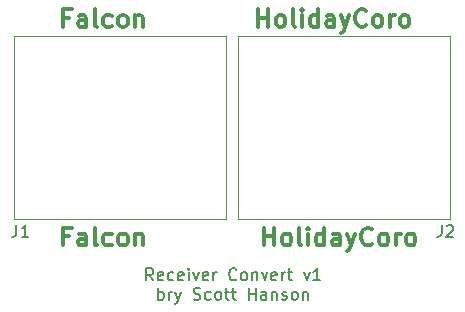
<source format=gbr>
%TF.GenerationSoftware,KiCad,Pcbnew,(5.1.7)-1*%
%TF.CreationDate,2020-11-07T09:06:04-05:00*%
%TF.ProjectId,Rec_Converter,5265635f-436f-46e7-9665-727465722e6b,v1*%
%TF.SameCoordinates,Original*%
%TF.FileFunction,Legend,Top*%
%TF.FilePolarity,Positive*%
%FSLAX46Y46*%
G04 Gerber Fmt 4.6, Leading zero omitted, Abs format (unit mm)*
G04 Created by KiCad (PCBNEW (5.1.7)-1) date 2020-11-07 09:06:04*
%MOMM*%
%LPD*%
G01*
G04 APERTURE LIST*
%ADD10C,0.150000*%
%ADD11C,0.300000*%
%ADD12C,0.120000*%
G04 APERTURE END LIST*
D10*
X145238095Y-123127380D02*
X144904761Y-122651190D01*
X144666666Y-123127380D02*
X144666666Y-122127380D01*
X145047619Y-122127380D01*
X145142857Y-122175000D01*
X145190476Y-122222619D01*
X145238095Y-122317857D01*
X145238095Y-122460714D01*
X145190476Y-122555952D01*
X145142857Y-122603571D01*
X145047619Y-122651190D01*
X144666666Y-122651190D01*
X146047619Y-123079761D02*
X145952380Y-123127380D01*
X145761904Y-123127380D01*
X145666666Y-123079761D01*
X145619047Y-122984523D01*
X145619047Y-122603571D01*
X145666666Y-122508333D01*
X145761904Y-122460714D01*
X145952380Y-122460714D01*
X146047619Y-122508333D01*
X146095238Y-122603571D01*
X146095238Y-122698809D01*
X145619047Y-122794047D01*
X146952380Y-123079761D02*
X146857142Y-123127380D01*
X146666666Y-123127380D01*
X146571428Y-123079761D01*
X146523809Y-123032142D01*
X146476190Y-122936904D01*
X146476190Y-122651190D01*
X146523809Y-122555952D01*
X146571428Y-122508333D01*
X146666666Y-122460714D01*
X146857142Y-122460714D01*
X146952380Y-122508333D01*
X147761904Y-123079761D02*
X147666666Y-123127380D01*
X147476190Y-123127380D01*
X147380952Y-123079761D01*
X147333333Y-122984523D01*
X147333333Y-122603571D01*
X147380952Y-122508333D01*
X147476190Y-122460714D01*
X147666666Y-122460714D01*
X147761904Y-122508333D01*
X147809523Y-122603571D01*
X147809523Y-122698809D01*
X147333333Y-122794047D01*
X148238095Y-123127380D02*
X148238095Y-122460714D01*
X148238095Y-122127380D02*
X148190476Y-122175000D01*
X148238095Y-122222619D01*
X148285714Y-122175000D01*
X148238095Y-122127380D01*
X148238095Y-122222619D01*
X148619047Y-122460714D02*
X148857142Y-123127380D01*
X149095238Y-122460714D01*
X149857142Y-123079761D02*
X149761904Y-123127380D01*
X149571428Y-123127380D01*
X149476190Y-123079761D01*
X149428571Y-122984523D01*
X149428571Y-122603571D01*
X149476190Y-122508333D01*
X149571428Y-122460714D01*
X149761904Y-122460714D01*
X149857142Y-122508333D01*
X149904761Y-122603571D01*
X149904761Y-122698809D01*
X149428571Y-122794047D01*
X150333333Y-123127380D02*
X150333333Y-122460714D01*
X150333333Y-122651190D02*
X150380952Y-122555952D01*
X150428571Y-122508333D01*
X150523809Y-122460714D01*
X150619047Y-122460714D01*
X152285714Y-123032142D02*
X152238095Y-123079761D01*
X152095238Y-123127380D01*
X152000000Y-123127380D01*
X151857142Y-123079761D01*
X151761904Y-122984523D01*
X151714285Y-122889285D01*
X151666666Y-122698809D01*
X151666666Y-122555952D01*
X151714285Y-122365476D01*
X151761904Y-122270238D01*
X151857142Y-122175000D01*
X152000000Y-122127380D01*
X152095238Y-122127380D01*
X152238095Y-122175000D01*
X152285714Y-122222619D01*
X152857142Y-123127380D02*
X152761904Y-123079761D01*
X152714285Y-123032142D01*
X152666666Y-122936904D01*
X152666666Y-122651190D01*
X152714285Y-122555952D01*
X152761904Y-122508333D01*
X152857142Y-122460714D01*
X153000000Y-122460714D01*
X153095238Y-122508333D01*
X153142857Y-122555952D01*
X153190476Y-122651190D01*
X153190476Y-122936904D01*
X153142857Y-123032142D01*
X153095238Y-123079761D01*
X153000000Y-123127380D01*
X152857142Y-123127380D01*
X153619047Y-122460714D02*
X153619047Y-123127380D01*
X153619047Y-122555952D02*
X153666666Y-122508333D01*
X153761904Y-122460714D01*
X153904761Y-122460714D01*
X154000000Y-122508333D01*
X154047619Y-122603571D01*
X154047619Y-123127380D01*
X154428571Y-122460714D02*
X154666666Y-123127380D01*
X154904761Y-122460714D01*
X155666666Y-123079761D02*
X155571428Y-123127380D01*
X155380952Y-123127380D01*
X155285714Y-123079761D01*
X155238095Y-122984523D01*
X155238095Y-122603571D01*
X155285714Y-122508333D01*
X155380952Y-122460714D01*
X155571428Y-122460714D01*
X155666666Y-122508333D01*
X155714285Y-122603571D01*
X155714285Y-122698809D01*
X155238095Y-122794047D01*
X156142857Y-123127380D02*
X156142857Y-122460714D01*
X156142857Y-122651190D02*
X156190476Y-122555952D01*
X156238095Y-122508333D01*
X156333333Y-122460714D01*
X156428571Y-122460714D01*
X156619047Y-122460714D02*
X157000000Y-122460714D01*
X156761904Y-122127380D02*
X156761904Y-122984523D01*
X156809523Y-123079761D01*
X156904761Y-123127380D01*
X157000000Y-123127380D01*
X158000000Y-122460714D02*
X158238095Y-123127380D01*
X158476190Y-122460714D01*
X159380952Y-123127380D02*
X158809523Y-123127380D01*
X159095238Y-123127380D02*
X159095238Y-122127380D01*
X159000000Y-122270238D01*
X158904761Y-122365476D01*
X158809523Y-122413095D01*
X145666666Y-124777380D02*
X145666666Y-123777380D01*
X145666666Y-124158333D02*
X145761904Y-124110714D01*
X145952380Y-124110714D01*
X146047619Y-124158333D01*
X146095238Y-124205952D01*
X146142857Y-124301190D01*
X146142857Y-124586904D01*
X146095238Y-124682142D01*
X146047619Y-124729761D01*
X145952380Y-124777380D01*
X145761904Y-124777380D01*
X145666666Y-124729761D01*
X146571428Y-124777380D02*
X146571428Y-124110714D01*
X146571428Y-124301190D02*
X146619047Y-124205952D01*
X146666666Y-124158333D01*
X146761904Y-124110714D01*
X146857142Y-124110714D01*
X147095238Y-124110714D02*
X147333333Y-124777380D01*
X147571428Y-124110714D02*
X147333333Y-124777380D01*
X147238095Y-125015476D01*
X147190476Y-125063095D01*
X147095238Y-125110714D01*
X148666666Y-124729761D02*
X148809523Y-124777380D01*
X149047619Y-124777380D01*
X149142857Y-124729761D01*
X149190476Y-124682142D01*
X149238095Y-124586904D01*
X149238095Y-124491666D01*
X149190476Y-124396428D01*
X149142857Y-124348809D01*
X149047619Y-124301190D01*
X148857142Y-124253571D01*
X148761904Y-124205952D01*
X148714285Y-124158333D01*
X148666666Y-124063095D01*
X148666666Y-123967857D01*
X148714285Y-123872619D01*
X148761904Y-123825000D01*
X148857142Y-123777380D01*
X149095238Y-123777380D01*
X149238095Y-123825000D01*
X150095238Y-124729761D02*
X150000000Y-124777380D01*
X149809523Y-124777380D01*
X149714285Y-124729761D01*
X149666666Y-124682142D01*
X149619047Y-124586904D01*
X149619047Y-124301190D01*
X149666666Y-124205952D01*
X149714285Y-124158333D01*
X149809523Y-124110714D01*
X150000000Y-124110714D01*
X150095238Y-124158333D01*
X150666666Y-124777380D02*
X150571428Y-124729761D01*
X150523809Y-124682142D01*
X150476190Y-124586904D01*
X150476190Y-124301190D01*
X150523809Y-124205952D01*
X150571428Y-124158333D01*
X150666666Y-124110714D01*
X150809523Y-124110714D01*
X150904761Y-124158333D01*
X150952380Y-124205952D01*
X151000000Y-124301190D01*
X151000000Y-124586904D01*
X150952380Y-124682142D01*
X150904761Y-124729761D01*
X150809523Y-124777380D01*
X150666666Y-124777380D01*
X151285714Y-124110714D02*
X151666666Y-124110714D01*
X151428571Y-123777380D02*
X151428571Y-124634523D01*
X151476190Y-124729761D01*
X151571428Y-124777380D01*
X151666666Y-124777380D01*
X151857142Y-124110714D02*
X152238095Y-124110714D01*
X152000000Y-123777380D02*
X152000000Y-124634523D01*
X152047619Y-124729761D01*
X152142857Y-124777380D01*
X152238095Y-124777380D01*
X153333333Y-124777380D02*
X153333333Y-123777380D01*
X153333333Y-124253571D02*
X153904761Y-124253571D01*
X153904761Y-124777380D02*
X153904761Y-123777380D01*
X154809523Y-124777380D02*
X154809523Y-124253571D01*
X154761904Y-124158333D01*
X154666666Y-124110714D01*
X154476190Y-124110714D01*
X154380952Y-124158333D01*
X154809523Y-124729761D02*
X154714285Y-124777380D01*
X154476190Y-124777380D01*
X154380952Y-124729761D01*
X154333333Y-124634523D01*
X154333333Y-124539285D01*
X154380952Y-124444047D01*
X154476190Y-124396428D01*
X154714285Y-124396428D01*
X154809523Y-124348809D01*
X155285714Y-124110714D02*
X155285714Y-124777380D01*
X155285714Y-124205952D02*
X155333333Y-124158333D01*
X155428571Y-124110714D01*
X155571428Y-124110714D01*
X155666666Y-124158333D01*
X155714285Y-124253571D01*
X155714285Y-124777380D01*
X156142857Y-124729761D02*
X156238095Y-124777380D01*
X156428571Y-124777380D01*
X156523809Y-124729761D01*
X156571428Y-124634523D01*
X156571428Y-124586904D01*
X156523809Y-124491666D01*
X156428571Y-124444047D01*
X156285714Y-124444047D01*
X156190476Y-124396428D01*
X156142857Y-124301190D01*
X156142857Y-124253571D01*
X156190476Y-124158333D01*
X156285714Y-124110714D01*
X156428571Y-124110714D01*
X156523809Y-124158333D01*
X157142857Y-124777380D02*
X157047619Y-124729761D01*
X157000000Y-124682142D01*
X156952380Y-124586904D01*
X156952380Y-124301190D01*
X157000000Y-124205952D01*
X157047619Y-124158333D01*
X157142857Y-124110714D01*
X157285714Y-124110714D01*
X157380952Y-124158333D01*
X157428571Y-124205952D01*
X157476190Y-124301190D01*
X157476190Y-124586904D01*
X157428571Y-124682142D01*
X157380952Y-124729761D01*
X157285714Y-124777380D01*
X157142857Y-124777380D01*
X157904761Y-124110714D02*
X157904761Y-124777380D01*
X157904761Y-124205952D02*
X157952380Y-124158333D01*
X158047619Y-124110714D01*
X158190476Y-124110714D01*
X158285714Y-124158333D01*
X158333333Y-124253571D01*
X158333333Y-124777380D01*
D11*
X138142857Y-119392857D02*
X137642857Y-119392857D01*
X137642857Y-120178571D02*
X137642857Y-118678571D01*
X138357142Y-118678571D01*
X139571428Y-120178571D02*
X139571428Y-119392857D01*
X139500000Y-119250000D01*
X139357142Y-119178571D01*
X139071428Y-119178571D01*
X138928571Y-119250000D01*
X139571428Y-120107142D02*
X139428571Y-120178571D01*
X139071428Y-120178571D01*
X138928571Y-120107142D01*
X138857142Y-119964285D01*
X138857142Y-119821428D01*
X138928571Y-119678571D01*
X139071428Y-119607142D01*
X139428571Y-119607142D01*
X139571428Y-119535714D01*
X140500000Y-120178571D02*
X140357142Y-120107142D01*
X140285714Y-119964285D01*
X140285714Y-118678571D01*
X141714285Y-120107142D02*
X141571428Y-120178571D01*
X141285714Y-120178571D01*
X141142857Y-120107142D01*
X141071428Y-120035714D01*
X141000000Y-119892857D01*
X141000000Y-119464285D01*
X141071428Y-119321428D01*
X141142857Y-119250000D01*
X141285714Y-119178571D01*
X141571428Y-119178571D01*
X141714285Y-119250000D01*
X142571428Y-120178571D02*
X142428571Y-120107142D01*
X142357142Y-120035714D01*
X142285714Y-119892857D01*
X142285714Y-119464285D01*
X142357142Y-119321428D01*
X142428571Y-119250000D01*
X142571428Y-119178571D01*
X142785714Y-119178571D01*
X142928571Y-119250000D01*
X143000000Y-119321428D01*
X143071428Y-119464285D01*
X143071428Y-119892857D01*
X143000000Y-120035714D01*
X142928571Y-120107142D01*
X142785714Y-120178571D01*
X142571428Y-120178571D01*
X143714285Y-119178571D02*
X143714285Y-120178571D01*
X143714285Y-119321428D02*
X143785714Y-119250000D01*
X143928571Y-119178571D01*
X144142857Y-119178571D01*
X144285714Y-119250000D01*
X144357142Y-119392857D01*
X144357142Y-120178571D01*
X138142857Y-100892857D02*
X137642857Y-100892857D01*
X137642857Y-101678571D02*
X137642857Y-100178571D01*
X138357142Y-100178571D01*
X139571428Y-101678571D02*
X139571428Y-100892857D01*
X139500000Y-100750000D01*
X139357142Y-100678571D01*
X139071428Y-100678571D01*
X138928571Y-100750000D01*
X139571428Y-101607142D02*
X139428571Y-101678571D01*
X139071428Y-101678571D01*
X138928571Y-101607142D01*
X138857142Y-101464285D01*
X138857142Y-101321428D01*
X138928571Y-101178571D01*
X139071428Y-101107142D01*
X139428571Y-101107142D01*
X139571428Y-101035714D01*
X140500000Y-101678571D02*
X140357142Y-101607142D01*
X140285714Y-101464285D01*
X140285714Y-100178571D01*
X141714285Y-101607142D02*
X141571428Y-101678571D01*
X141285714Y-101678571D01*
X141142857Y-101607142D01*
X141071428Y-101535714D01*
X141000000Y-101392857D01*
X141000000Y-100964285D01*
X141071428Y-100821428D01*
X141142857Y-100750000D01*
X141285714Y-100678571D01*
X141571428Y-100678571D01*
X141714285Y-100750000D01*
X142571428Y-101678571D02*
X142428571Y-101607142D01*
X142357142Y-101535714D01*
X142285714Y-101392857D01*
X142285714Y-100964285D01*
X142357142Y-100821428D01*
X142428571Y-100750000D01*
X142571428Y-100678571D01*
X142785714Y-100678571D01*
X142928571Y-100750000D01*
X143000000Y-100821428D01*
X143071428Y-100964285D01*
X143071428Y-101392857D01*
X143000000Y-101535714D01*
X142928571Y-101607142D01*
X142785714Y-101678571D01*
X142571428Y-101678571D01*
X143714285Y-100678571D02*
X143714285Y-101678571D01*
X143714285Y-100821428D02*
X143785714Y-100750000D01*
X143928571Y-100678571D01*
X144142857Y-100678571D01*
X144285714Y-100750000D01*
X144357142Y-100892857D01*
X144357142Y-101678571D01*
X154142857Y-101678571D02*
X154142857Y-100178571D01*
X154142857Y-100892857D02*
X155000000Y-100892857D01*
X155000000Y-101678571D02*
X155000000Y-100178571D01*
X155928571Y-101678571D02*
X155785714Y-101607142D01*
X155714285Y-101535714D01*
X155642857Y-101392857D01*
X155642857Y-100964285D01*
X155714285Y-100821428D01*
X155785714Y-100750000D01*
X155928571Y-100678571D01*
X156142857Y-100678571D01*
X156285714Y-100750000D01*
X156357142Y-100821428D01*
X156428571Y-100964285D01*
X156428571Y-101392857D01*
X156357142Y-101535714D01*
X156285714Y-101607142D01*
X156142857Y-101678571D01*
X155928571Y-101678571D01*
X157285714Y-101678571D02*
X157142857Y-101607142D01*
X157071428Y-101464285D01*
X157071428Y-100178571D01*
X157857142Y-101678571D02*
X157857142Y-100678571D01*
X157857142Y-100178571D02*
X157785714Y-100250000D01*
X157857142Y-100321428D01*
X157928571Y-100250000D01*
X157857142Y-100178571D01*
X157857142Y-100321428D01*
X159214285Y-101678571D02*
X159214285Y-100178571D01*
X159214285Y-101607142D02*
X159071428Y-101678571D01*
X158785714Y-101678571D01*
X158642857Y-101607142D01*
X158571428Y-101535714D01*
X158500000Y-101392857D01*
X158500000Y-100964285D01*
X158571428Y-100821428D01*
X158642857Y-100750000D01*
X158785714Y-100678571D01*
X159071428Y-100678571D01*
X159214285Y-100750000D01*
X160571428Y-101678571D02*
X160571428Y-100892857D01*
X160500000Y-100750000D01*
X160357142Y-100678571D01*
X160071428Y-100678571D01*
X159928571Y-100750000D01*
X160571428Y-101607142D02*
X160428571Y-101678571D01*
X160071428Y-101678571D01*
X159928571Y-101607142D01*
X159857142Y-101464285D01*
X159857142Y-101321428D01*
X159928571Y-101178571D01*
X160071428Y-101107142D01*
X160428571Y-101107142D01*
X160571428Y-101035714D01*
X161142857Y-100678571D02*
X161500000Y-101678571D01*
X161857142Y-100678571D02*
X161500000Y-101678571D01*
X161357142Y-102035714D01*
X161285714Y-102107142D01*
X161142857Y-102178571D01*
X163285714Y-101535714D02*
X163214285Y-101607142D01*
X163000000Y-101678571D01*
X162857142Y-101678571D01*
X162642857Y-101607142D01*
X162500000Y-101464285D01*
X162428571Y-101321428D01*
X162357142Y-101035714D01*
X162357142Y-100821428D01*
X162428571Y-100535714D01*
X162500000Y-100392857D01*
X162642857Y-100250000D01*
X162857142Y-100178571D01*
X163000000Y-100178571D01*
X163214285Y-100250000D01*
X163285714Y-100321428D01*
X164142857Y-101678571D02*
X164000000Y-101607142D01*
X163928571Y-101535714D01*
X163857142Y-101392857D01*
X163857142Y-100964285D01*
X163928571Y-100821428D01*
X164000000Y-100750000D01*
X164142857Y-100678571D01*
X164357142Y-100678571D01*
X164500000Y-100750000D01*
X164571428Y-100821428D01*
X164642857Y-100964285D01*
X164642857Y-101392857D01*
X164571428Y-101535714D01*
X164500000Y-101607142D01*
X164357142Y-101678571D01*
X164142857Y-101678571D01*
X165285714Y-101678571D02*
X165285714Y-100678571D01*
X165285714Y-100964285D02*
X165357142Y-100821428D01*
X165428571Y-100750000D01*
X165571428Y-100678571D01*
X165714285Y-100678571D01*
X166428571Y-101678571D02*
X166285714Y-101607142D01*
X166214285Y-101535714D01*
X166142857Y-101392857D01*
X166142857Y-100964285D01*
X166214285Y-100821428D01*
X166285714Y-100750000D01*
X166428571Y-100678571D01*
X166642857Y-100678571D01*
X166785714Y-100750000D01*
X166857142Y-100821428D01*
X166928571Y-100964285D01*
X166928571Y-101392857D01*
X166857142Y-101535714D01*
X166785714Y-101607142D01*
X166642857Y-101678571D01*
X166428571Y-101678571D01*
X154642857Y-120178571D02*
X154642857Y-118678571D01*
X154642857Y-119392857D02*
X155500000Y-119392857D01*
X155500000Y-120178571D02*
X155500000Y-118678571D01*
X156428571Y-120178571D02*
X156285714Y-120107142D01*
X156214285Y-120035714D01*
X156142857Y-119892857D01*
X156142857Y-119464285D01*
X156214285Y-119321428D01*
X156285714Y-119250000D01*
X156428571Y-119178571D01*
X156642857Y-119178571D01*
X156785714Y-119250000D01*
X156857142Y-119321428D01*
X156928571Y-119464285D01*
X156928571Y-119892857D01*
X156857142Y-120035714D01*
X156785714Y-120107142D01*
X156642857Y-120178571D01*
X156428571Y-120178571D01*
X157785714Y-120178571D02*
X157642857Y-120107142D01*
X157571428Y-119964285D01*
X157571428Y-118678571D01*
X158357142Y-120178571D02*
X158357142Y-119178571D01*
X158357142Y-118678571D02*
X158285714Y-118750000D01*
X158357142Y-118821428D01*
X158428571Y-118750000D01*
X158357142Y-118678571D01*
X158357142Y-118821428D01*
X159714285Y-120178571D02*
X159714285Y-118678571D01*
X159714285Y-120107142D02*
X159571428Y-120178571D01*
X159285714Y-120178571D01*
X159142857Y-120107142D01*
X159071428Y-120035714D01*
X159000000Y-119892857D01*
X159000000Y-119464285D01*
X159071428Y-119321428D01*
X159142857Y-119250000D01*
X159285714Y-119178571D01*
X159571428Y-119178571D01*
X159714285Y-119250000D01*
X161071428Y-120178571D02*
X161071428Y-119392857D01*
X161000000Y-119250000D01*
X160857142Y-119178571D01*
X160571428Y-119178571D01*
X160428571Y-119250000D01*
X161071428Y-120107142D02*
X160928571Y-120178571D01*
X160571428Y-120178571D01*
X160428571Y-120107142D01*
X160357142Y-119964285D01*
X160357142Y-119821428D01*
X160428571Y-119678571D01*
X160571428Y-119607142D01*
X160928571Y-119607142D01*
X161071428Y-119535714D01*
X161642857Y-119178571D02*
X162000000Y-120178571D01*
X162357142Y-119178571D02*
X162000000Y-120178571D01*
X161857142Y-120535714D01*
X161785714Y-120607142D01*
X161642857Y-120678571D01*
X163785714Y-120035714D02*
X163714285Y-120107142D01*
X163500000Y-120178571D01*
X163357142Y-120178571D01*
X163142857Y-120107142D01*
X163000000Y-119964285D01*
X162928571Y-119821428D01*
X162857142Y-119535714D01*
X162857142Y-119321428D01*
X162928571Y-119035714D01*
X163000000Y-118892857D01*
X163142857Y-118750000D01*
X163357142Y-118678571D01*
X163500000Y-118678571D01*
X163714285Y-118750000D01*
X163785714Y-118821428D01*
X164642857Y-120178571D02*
X164500000Y-120107142D01*
X164428571Y-120035714D01*
X164357142Y-119892857D01*
X164357142Y-119464285D01*
X164428571Y-119321428D01*
X164500000Y-119250000D01*
X164642857Y-119178571D01*
X164857142Y-119178571D01*
X165000000Y-119250000D01*
X165071428Y-119321428D01*
X165142857Y-119464285D01*
X165142857Y-119892857D01*
X165071428Y-120035714D01*
X165000000Y-120107142D01*
X164857142Y-120178571D01*
X164642857Y-120178571D01*
X165785714Y-120178571D02*
X165785714Y-119178571D01*
X165785714Y-119464285D02*
X165857142Y-119321428D01*
X165928571Y-119250000D01*
X166071428Y-119178571D01*
X166214285Y-119178571D01*
X166928571Y-120178571D02*
X166785714Y-120107142D01*
X166714285Y-120035714D01*
X166642857Y-119892857D01*
X166642857Y-119464285D01*
X166714285Y-119321428D01*
X166785714Y-119250000D01*
X166928571Y-119178571D01*
X167142857Y-119178571D01*
X167285714Y-119250000D01*
X167357142Y-119321428D01*
X167428571Y-119464285D01*
X167428571Y-119892857D01*
X167357142Y-120035714D01*
X167285714Y-120107142D01*
X167142857Y-120178571D01*
X166928571Y-120178571D01*
D12*
%TO.C,J1*%
X133420000Y-102435000D02*
X133420000Y-117955000D01*
X151380000Y-117955000D02*
X133420000Y-117955000D01*
X151380000Y-117955000D02*
X151380000Y-102435000D01*
X151380000Y-102435000D02*
X133420000Y-102435000D01*
%TO.C,J2*%
X152420000Y-102435000D02*
X152420000Y-117955000D01*
X170380000Y-117955000D02*
X152420000Y-117955000D01*
X170380000Y-117955000D02*
X170380000Y-102435000D01*
X170380000Y-102435000D02*
X152420000Y-102435000D01*
%TO.C,J1*%
D10*
X133666666Y-118452380D02*
X133666666Y-119166666D01*
X133619047Y-119309523D01*
X133523809Y-119404761D01*
X133380952Y-119452380D01*
X133285714Y-119452380D01*
X134666666Y-119452380D02*
X134095238Y-119452380D01*
X134380952Y-119452380D02*
X134380952Y-118452380D01*
X134285714Y-118595238D01*
X134190476Y-118690476D01*
X134095238Y-118738095D01*
%TO.C,J2*%
X169666666Y-118452380D02*
X169666666Y-119166666D01*
X169619047Y-119309523D01*
X169523809Y-119404761D01*
X169380952Y-119452380D01*
X169285714Y-119452380D01*
X170095238Y-118547619D02*
X170142857Y-118500000D01*
X170238095Y-118452380D01*
X170476190Y-118452380D01*
X170571428Y-118500000D01*
X170619047Y-118547619D01*
X170666666Y-118642857D01*
X170666666Y-118738095D01*
X170619047Y-118880952D01*
X170047619Y-119452380D01*
X170666666Y-119452380D01*
%TD*%
M02*

</source>
